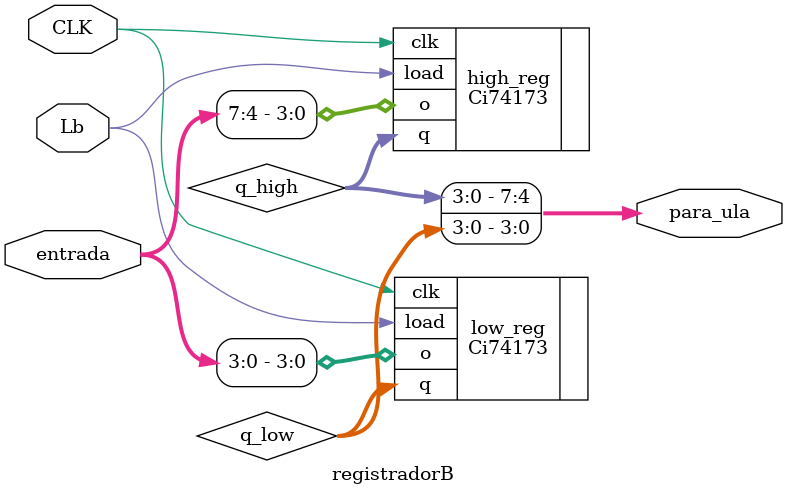
<source format=v>
module registradorB (
    input CLK,
    input Lb,                    // Load do acumulador
    input [7:0] entrada,         // Vindo do barramento
    output [7:0] para_ula       // Sempre ativo
);

    wire [3:0] q_low, q_high;

    // Instâncias dos dois CI74173
    Ci74173 low_reg (				//Reg de bits menos significativos
        .clk(CLK),
        .load(Lb),
        .o(entrada[3:0]),
        .q(q_low)
    );

    Ci74173 high_reg (				//Reg de bits mais significativos
        .clk(CLK),
        .load(Lb),
        .o(entrada[7:4]),
        .q(q_high)
    );

    // Saída direta para ULA (sempre ativa)
    assign para_ula = {q_high, q_low};


endmodule

</source>
